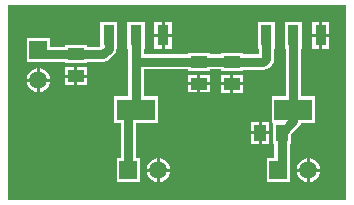
<source format=gtl>
G04*
G04 #@! TF.GenerationSoftware,Altium Limited,Altium Designer,20.1.11 (218)*
G04*
G04 Layer_Physical_Order=1*
G04 Layer_Color=255*
%FSLAX25Y25*%
%MOIN*%
G70*
G04*
G04 #@! TF.SameCoordinates,065DB7FD-4843-4C92-90AC-568386BA0B10*
G04*
G04*
G04 #@! TF.FilePolarity,Positive*
G04*
G01*
G75*
%ADD19R,0.12598X0.06890*%
%ADD20R,0.03740X0.06890*%
%ADD21R,0.03937X0.05315*%
%ADD22R,0.05315X0.03937*%
%ADD23C,0.03000*%
%ADD24R,0.05906X0.05906*%
%ADD25C,0.05906*%
%ADD26R,0.05906X0.05906*%
G36*
X245000Y130000D02*
X132500Y130000D01*
X132500Y195000D01*
X245000Y195000D01*
X245000Y130000D01*
D02*
G37*
%LPC*%
G36*
X239425Y189347D02*
X237055D01*
Y185402D01*
X239425D01*
Y189347D01*
D02*
G37*
G36*
X186925D02*
X184555D01*
Y185402D01*
X186925D01*
Y189347D01*
D02*
G37*
G36*
X236055D02*
X233685D01*
Y185402D01*
X236055D01*
Y189347D01*
D02*
G37*
G36*
X183555D02*
X181185D01*
Y185402D01*
X183555D01*
Y189347D01*
D02*
G37*
G36*
X168815D02*
X163075D01*
Y181191D01*
X158658D01*
Y181610D01*
X151342D01*
Y181191D01*
X146453D01*
Y183953D01*
X138547D01*
Y176047D01*
X146453D01*
Y176093D01*
X151342D01*
Y175673D01*
X158658D01*
Y176093D01*
X164142D01*
X165117Y176287D01*
X165944Y176839D01*
X167747Y178642D01*
X168300Y179469D01*
X168494Y180445D01*
Y180457D01*
X168815D01*
Y189347D01*
D02*
G37*
G36*
X239425Y184402D02*
X237055D01*
Y180457D01*
X239425D01*
Y184402D01*
D02*
G37*
G36*
X236055D02*
X233685D01*
Y180457D01*
X236055D01*
Y184402D01*
D02*
G37*
G36*
X186925D02*
X184555D01*
Y180457D01*
X186925D01*
Y184402D01*
D02*
G37*
G36*
X183555D02*
X181185D01*
Y180457D01*
X183555D01*
Y184402D01*
D02*
G37*
G36*
X221315Y189347D02*
X215575D01*
Y180457D01*
X215951D01*
Y178549D01*
X210658D01*
Y178969D01*
X203343D01*
Y178691D01*
X199657D01*
Y179110D01*
X192342D01*
Y178691D01*
X177549D01*
Y180457D01*
X177870D01*
Y189347D01*
X172130D01*
Y180457D01*
X172451D01*
Y176500D01*
Y164543D01*
X167701D01*
Y155654D01*
X169951D01*
Y143953D01*
X168547D01*
Y136047D01*
X176453D01*
Y143953D01*
X175049D01*
Y155654D01*
X182299D01*
Y164543D01*
X177549D01*
Y173593D01*
X192342D01*
Y173173D01*
X199657D01*
Y173593D01*
X203343D01*
Y173031D01*
X210658D01*
Y173451D01*
X217500D01*
X218476Y173645D01*
X219302Y174198D01*
X220302Y175198D01*
X220855Y176024D01*
X221049Y177000D01*
Y180457D01*
X221315D01*
Y189347D01*
D02*
G37*
G36*
X158658Y174327D02*
X155500D01*
Y171858D01*
X158658D01*
Y174327D01*
D02*
G37*
G36*
X154500D02*
X151342D01*
Y171858D01*
X154500D01*
Y174327D01*
D02*
G37*
G36*
X143000Y173921D02*
Y170500D01*
X146421D01*
X146351Y171032D01*
X145953Y171993D01*
X145319Y172819D01*
X144493Y173453D01*
X143532Y173851D01*
X143000Y173921D01*
D02*
G37*
G36*
X142000D02*
X141468Y173851D01*
X140507Y173453D01*
X139681Y172819D01*
X139047Y171993D01*
X138649Y171032D01*
X138579Y170500D01*
X142000D01*
Y173921D01*
D02*
G37*
G36*
X199657Y171827D02*
X196500D01*
Y169358D01*
X199657D01*
Y171827D01*
D02*
G37*
G36*
X195500D02*
X192342D01*
Y169358D01*
X195500D01*
Y171827D01*
D02*
G37*
G36*
X210658Y171685D02*
X207500D01*
Y169217D01*
X210658D01*
Y171685D01*
D02*
G37*
G36*
X206500D02*
X203343D01*
Y169217D01*
X206500D01*
Y171685D01*
D02*
G37*
G36*
X158658Y170858D02*
X155500D01*
Y168390D01*
X158658D01*
Y170858D01*
D02*
G37*
G36*
X154500D02*
X151342D01*
Y168390D01*
X154500D01*
Y170858D01*
D02*
G37*
G36*
X146421Y169500D02*
X143000D01*
Y166079D01*
X143532Y166149D01*
X144493Y166547D01*
X145319Y167181D01*
X145953Y168007D01*
X146351Y168968D01*
X146421Y169500D01*
D02*
G37*
G36*
X142000D02*
X138579D01*
X138649Y168968D01*
X139047Y168007D01*
X139681Y167181D01*
X140507Y166547D01*
X141468Y166149D01*
X142000Y166079D01*
Y169500D01*
D02*
G37*
G36*
X199657Y168358D02*
X196500D01*
Y165890D01*
X199657D01*
Y168358D01*
D02*
G37*
G36*
X195500D02*
X192342D01*
Y165890D01*
X195500D01*
Y168358D01*
D02*
G37*
G36*
X210658Y168217D02*
X207500D01*
Y165748D01*
X210658D01*
Y168217D01*
D02*
G37*
G36*
X206500D02*
X203343D01*
Y165748D01*
X206500D01*
Y168217D01*
D02*
G37*
G36*
X219327Y156158D02*
X216858D01*
Y153000D01*
X219327D01*
Y156158D01*
D02*
G37*
G36*
X215858D02*
X213390D01*
Y153000D01*
X215858D01*
Y156158D01*
D02*
G37*
G36*
X219327Y152000D02*
X216858D01*
Y148843D01*
X219327D01*
Y152000D01*
D02*
G37*
G36*
X215858D02*
X213390D01*
Y148843D01*
X215858D01*
Y152000D01*
D02*
G37*
G36*
X233000Y143921D02*
Y140500D01*
X236421D01*
X236351Y141032D01*
X235953Y141993D01*
X235319Y142819D01*
X234493Y143453D01*
X233532Y143851D01*
X233000Y143921D01*
D02*
G37*
G36*
X232000D02*
X231468Y143851D01*
X230507Y143453D01*
X229681Y142819D01*
X229047Y141993D01*
X228649Y141032D01*
X228579Y140500D01*
X232000D01*
Y143921D01*
D02*
G37*
G36*
X183000D02*
Y140500D01*
X186421D01*
X186351Y141032D01*
X185953Y141993D01*
X185319Y142819D01*
X184493Y143453D01*
X183532Y143851D01*
X183000Y143921D01*
D02*
G37*
G36*
X182000D02*
X181468Y143851D01*
X180507Y143453D01*
X179681Y142819D01*
X179047Y141993D01*
X178649Y141032D01*
X178579Y140500D01*
X182000D01*
Y143921D01*
D02*
G37*
G36*
X236421Y139500D02*
X233000D01*
Y136079D01*
X233532Y136149D01*
X234493Y136547D01*
X235319Y137181D01*
X235953Y138007D01*
X236351Y138968D01*
X236421Y139500D01*
D02*
G37*
G36*
X232000D02*
X228579D01*
X228649Y138968D01*
X229047Y138007D01*
X229681Y137181D01*
X230507Y136547D01*
X231468Y136149D01*
X232000Y136079D01*
Y139500D01*
D02*
G37*
G36*
X186421D02*
X183000D01*
Y136079D01*
X183532Y136149D01*
X184493Y136547D01*
X185319Y137181D01*
X185953Y138007D01*
X186351Y138968D01*
X186421Y139500D01*
D02*
G37*
G36*
X182000D02*
X178579D01*
X178649Y138968D01*
X179047Y138007D01*
X179681Y137181D01*
X180507Y136547D01*
X181468Y136149D01*
X182000Y136079D01*
Y139500D01*
D02*
G37*
G36*
X230370Y189347D02*
X224630D01*
Y180457D01*
X224951D01*
Y164543D01*
X220201D01*
Y155654D01*
X220673D01*
Y148843D01*
X221093D01*
Y143953D01*
X218547D01*
Y136047D01*
X226453D01*
Y143953D01*
X226191D01*
Y148843D01*
X226610D01*
Y151864D01*
X229302Y154556D01*
X229855Y155383D01*
X229909Y155654D01*
X234799D01*
Y164543D01*
X230049D01*
Y180457D01*
X230370D01*
Y189347D01*
D02*
G37*
%LPD*%
D19*
X227500Y160098D02*
D03*
X175000D02*
D03*
D20*
X218445Y184902D02*
D03*
X227500D02*
D03*
X236555D02*
D03*
X165945D02*
D03*
X175000D02*
D03*
X184055D02*
D03*
D21*
X223642Y152500D02*
D03*
X216358D02*
D03*
D22*
X207000Y176000D02*
D03*
Y168717D02*
D03*
X196000Y176142D02*
D03*
Y168858D02*
D03*
X155000Y178642D02*
D03*
Y171358D02*
D03*
D23*
X142500Y180000D02*
X143858Y178642D01*
X155000D01*
X164142D01*
X172500Y157598D02*
X175000Y160098D01*
X172500Y140000D02*
Y157598D01*
X223642Y141142D02*
Y152500D01*
X227500Y156358D01*
Y160098D01*
Y184902D01*
X164142Y178642D02*
X165945Y180445D01*
Y184902D01*
X218445D02*
X218500Y184846D01*
Y177000D02*
Y184846D01*
X217500Y176000D02*
X218500Y177000D01*
X207000Y176000D02*
X217500D01*
X206858Y176142D02*
X207000Y176000D01*
X196000Y176142D02*
X206858D01*
X175000Y176500D02*
Y184902D01*
Y160098D02*
Y176500D01*
X175358Y176142D01*
X196000D01*
D24*
X172500Y140000D02*
D03*
X222500D02*
D03*
D25*
X182500D02*
D03*
X232500D02*
D03*
X142500Y170000D02*
D03*
D26*
Y180000D02*
D03*
M02*

</source>
